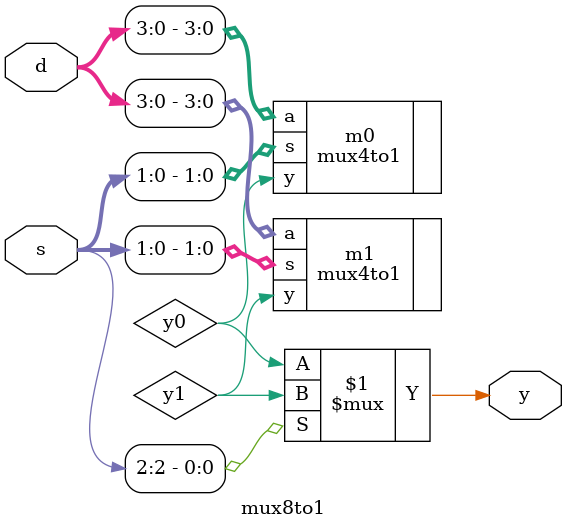
<source format=v>
`timescale 1ns / 1ps
module mux8to1(
    input [7:0] d,
    input [2:0] s,
    output y
    );
    wire y0,y1;
    
    mux4to1 m0 (
      .a(d[3:0]),
      .s(s[1:0]),
      .y(y0) 
    );
    
    mux4to1 m1 (
      .a(d[3:0]),
      .s(s[1:0]),
      .y(y1) 
    );
    
    assign y = s[2] ? y1:y0;
endmodule
</source>
